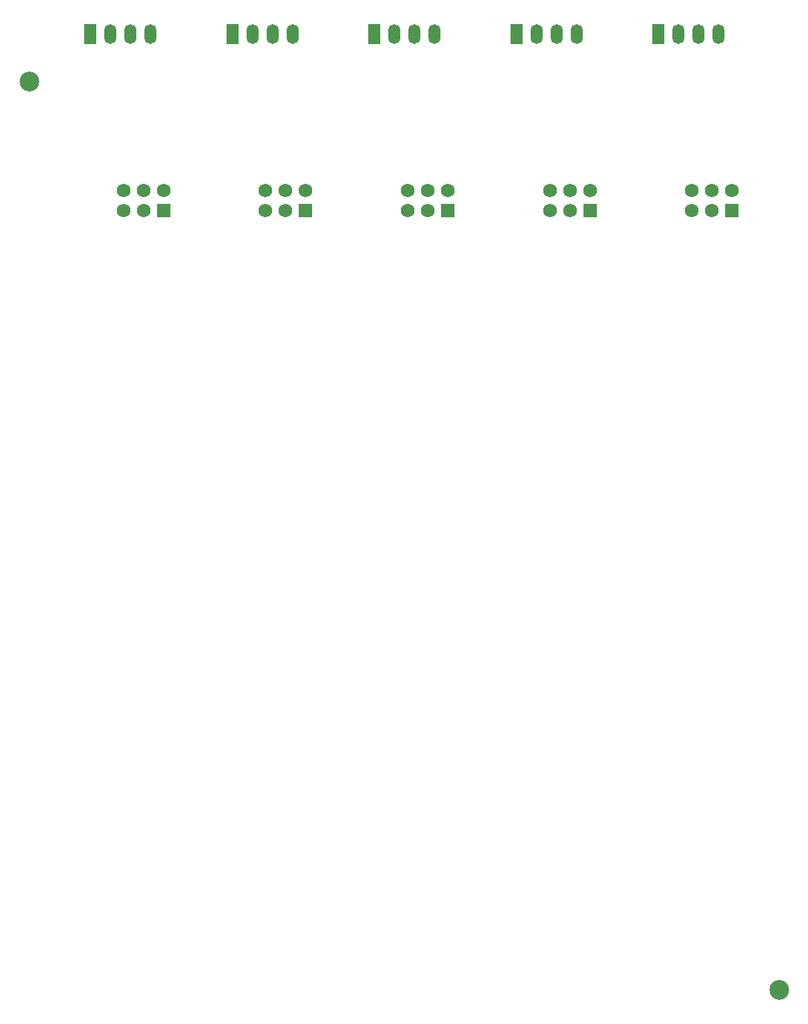
<source format=gbr>
G04 #@! TF.GenerationSoftware,KiCad,Pcbnew,no-vcs-found-097f89d~58~ubuntu16.04.1*
G04 #@! TF.CreationDate,2017-05-03T08:34:00+03:00*
G04 #@! TF.ProjectId,rs485-moist-sensor-pannel,72733438352D6D6F6973742D73656E73,rev?*
G04 #@! TF.FileFunction,Soldermask,Bot*
G04 #@! TF.FilePolarity,Negative*
%FSLAX46Y46*%
G04 Gerber Fmt 4.6, Leading zero omitted, Abs format (unit mm)*
G04 Created by KiCad (PCBNEW no-vcs-found-097f89d~58~ubuntu16.04.1) date Wed May  3 08:34:00 2017*
%MOMM*%
%LPD*%
G01*
G04 APERTURE LIST*
%ADD10C,0.100000*%
%ADD11C,2.500000*%
%ADD12R,1.727200X1.727200*%
%ADD13C,1.727200*%
%ADD14O,1.500000X2.500000*%
%ADD15R,1.500000X2.500000*%
G04 APERTURE END LIST*
D10*
D11*
X178500000Y-143000000D03*
X83500000Y-28000000D03*
D12*
X154540000Y-44270000D03*
D13*
X154540000Y-41730000D03*
X152000000Y-44270000D03*
X152000000Y-41730000D03*
X149460000Y-44270000D03*
X149460000Y-41730000D03*
D14*
X152870000Y-21920000D03*
X150330000Y-21920000D03*
X147790000Y-21920000D03*
D15*
X145250000Y-21920000D03*
D13*
X131460000Y-41730000D03*
X131460000Y-44270000D03*
X134000000Y-41730000D03*
X134000000Y-44270000D03*
X136540000Y-41730000D03*
D12*
X136540000Y-44270000D03*
D15*
X127250000Y-21920000D03*
D14*
X129790000Y-21920000D03*
X132330000Y-21920000D03*
X134870000Y-21920000D03*
D13*
X113460000Y-41730000D03*
X113460000Y-44270000D03*
X116000000Y-41730000D03*
X116000000Y-44270000D03*
X118540000Y-41730000D03*
D12*
X118540000Y-44270000D03*
D15*
X109250000Y-21920000D03*
D14*
X111790000Y-21920000D03*
X114330000Y-21920000D03*
X116870000Y-21920000D03*
D12*
X100540000Y-44270000D03*
D13*
X100540000Y-41730000D03*
X98000000Y-44270000D03*
X98000000Y-41730000D03*
X95460000Y-44270000D03*
X95460000Y-41730000D03*
D14*
X98870000Y-21920000D03*
X96330000Y-21920000D03*
X93790000Y-21920000D03*
D15*
X91250000Y-21920000D03*
D12*
X172540000Y-44270000D03*
D13*
X172540000Y-41730000D03*
X170000000Y-44270000D03*
X170000000Y-41730000D03*
X167460000Y-44270000D03*
X167460000Y-41730000D03*
D14*
X170870000Y-21920000D03*
X168330000Y-21920000D03*
X165790000Y-21920000D03*
D15*
X163250000Y-21920000D03*
M02*

</source>
